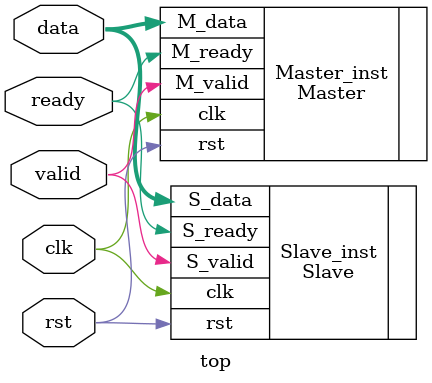
<source format=v>
module top(
input clk,
input rst,



inout 			ready,
inout	[7:0]	data,
inout 			valid
	);

Master Master_inst(
.clk(clk),
.rst(rst),

.M_ready(ready),
.M_data(data),
.M_valid(valid)

	);
Slave Slave_inst(
.clk(clk),
.rst(rst),
.S_ready(ready),
.S_valid(valid),
.S_data(data)
	);
endmodule
</source>
